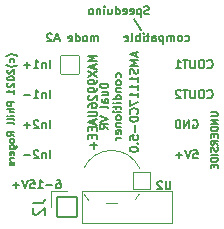
<source format=gbr>
%TF.GenerationSoftware,KiCad,Pcbnew,8.0.2*%
%TF.CreationDate,2024-05-02T20:14:49+02:00*%
%TF.ProjectId,VR-Conditioner-MAX9926+reg,56522d43-6f6e-4646-9974-696f6e65722d,3.7*%
%TF.SameCoordinates,PX68c4118PY713e7a8*%
%TF.FileFunction,Legend,Bot*%
%TF.FilePolarity,Positive*%
%FSLAX46Y46*%
G04 Gerber Fmt 4.6, Leading zero omitted, Abs format (unit mm)*
G04 Created by KiCad (PCBNEW 8.0.2) date 2024-05-02 20:14:49*
%MOMM*%
%LPD*%
G01*
G04 APERTURE LIST*
G04 Aperture macros list*
%AMRoundRect*
0 Rectangle with rounded corners*
0 $1 Rounding radius*
0 $2 $3 $4 $5 $6 $7 $8 $9 X,Y pos of 4 corners*
0 Add a 4 corners polygon primitive as box body*
4,1,4,$2,$3,$4,$5,$6,$7,$8,$9,$2,$3,0*
0 Add four circle primitives for the rounded corners*
1,1,$1+$1,$2,$3*
1,1,$1+$1,$4,$5*
1,1,$1+$1,$6,$7*
1,1,$1+$1,$8,$9*
0 Add four rect primitives between the rounded corners*
20,1,$1+$1,$2,$3,$4,$5,0*
20,1,$1+$1,$4,$5,$6,$7,0*
20,1,$1+$1,$6,$7,$8,$9,0*
20,1,$1+$1,$8,$9,$2,$3,0*%
G04 Aperture macros list end*
%ADD10C,0.150000*%
%ADD11C,0.120000*%
%ADD12RoundRect,0.050800X-0.800000X-0.800000X0.800000X-0.800000X0.800000X0.800000X-0.800000X0.800000X0*%
%ADD13O,1.701600X1.701600*%
%ADD14C,1.701600*%
%ADD15C,2.301600*%
%ADD16RoundRect,0.050800X-0.850000X0.850000X-0.850000X-0.850000X0.850000X-0.850000X0.850000X0.850000X0*%
%ADD17O,1.801600X1.801600*%
%ADD18RoundRect,0.050800X0.750000X-0.750000X0.750000X0.750000X-0.750000X0.750000X-0.750000X-0.750000X0*%
%ADD19C,1.601600*%
G04 APERTURE END LIST*
D10*
X20801666Y16260634D02*
X20834999Y16227300D01*
X20834999Y16227300D02*
X20934999Y16193967D01*
X20934999Y16193967D02*
X21001666Y16193967D01*
X21001666Y16193967D02*
X21101666Y16227300D01*
X21101666Y16227300D02*
X21168333Y16293967D01*
X21168333Y16293967D02*
X21201666Y16360634D01*
X21201666Y16360634D02*
X21234999Y16493967D01*
X21234999Y16493967D02*
X21234999Y16593967D01*
X21234999Y16593967D02*
X21201666Y16727300D01*
X21201666Y16727300D02*
X21168333Y16793967D01*
X21168333Y16793967D02*
X21101666Y16860634D01*
X21101666Y16860634D02*
X21001666Y16893967D01*
X21001666Y16893967D02*
X20934999Y16893967D01*
X20934999Y16893967D02*
X20834999Y16860634D01*
X20834999Y16860634D02*
X20801666Y16827300D01*
X20368333Y16893967D02*
X20234999Y16893967D01*
X20234999Y16893967D02*
X20168333Y16860634D01*
X20168333Y16860634D02*
X20101666Y16793967D01*
X20101666Y16793967D02*
X20068333Y16660634D01*
X20068333Y16660634D02*
X20068333Y16427300D01*
X20068333Y16427300D02*
X20101666Y16293967D01*
X20101666Y16293967D02*
X20168333Y16227300D01*
X20168333Y16227300D02*
X20234999Y16193967D01*
X20234999Y16193967D02*
X20368333Y16193967D01*
X20368333Y16193967D02*
X20434999Y16227300D01*
X20434999Y16227300D02*
X20501666Y16293967D01*
X20501666Y16293967D02*
X20534999Y16427300D01*
X20534999Y16427300D02*
X20534999Y16660634D01*
X20534999Y16660634D02*
X20501666Y16793967D01*
X20501666Y16793967D02*
X20434999Y16860634D01*
X20434999Y16860634D02*
X20368333Y16893967D01*
X19768333Y16893967D02*
X19768333Y16327300D01*
X19768333Y16327300D02*
X19735000Y16260634D01*
X19735000Y16260634D02*
X19701666Y16227300D01*
X19701666Y16227300D02*
X19635000Y16193967D01*
X19635000Y16193967D02*
X19501666Y16193967D01*
X19501666Y16193967D02*
X19435000Y16227300D01*
X19435000Y16227300D02*
X19401666Y16260634D01*
X19401666Y16260634D02*
X19368333Y16327300D01*
X19368333Y16327300D02*
X19368333Y16893967D01*
X19135000Y16893967D02*
X18735000Y16893967D01*
X18935000Y16193967D02*
X18935000Y16893967D01*
X18135000Y16193967D02*
X18535000Y16193967D01*
X18335000Y16193967D02*
X18335000Y16893967D01*
X18335000Y16893967D02*
X18401667Y16793967D01*
X18401667Y16793967D02*
X18468334Y16727300D01*
X18468334Y16727300D02*
X18535000Y16693967D01*
X20801666Y13720634D02*
X20834999Y13687300D01*
X20834999Y13687300D02*
X20934999Y13653967D01*
X20934999Y13653967D02*
X21001666Y13653967D01*
X21001666Y13653967D02*
X21101666Y13687300D01*
X21101666Y13687300D02*
X21168333Y13753967D01*
X21168333Y13753967D02*
X21201666Y13820634D01*
X21201666Y13820634D02*
X21234999Y13953967D01*
X21234999Y13953967D02*
X21234999Y14053967D01*
X21234999Y14053967D02*
X21201666Y14187300D01*
X21201666Y14187300D02*
X21168333Y14253967D01*
X21168333Y14253967D02*
X21101666Y14320634D01*
X21101666Y14320634D02*
X21001666Y14353967D01*
X21001666Y14353967D02*
X20934999Y14353967D01*
X20934999Y14353967D02*
X20834999Y14320634D01*
X20834999Y14320634D02*
X20801666Y14287300D01*
X20368333Y14353967D02*
X20234999Y14353967D01*
X20234999Y14353967D02*
X20168333Y14320634D01*
X20168333Y14320634D02*
X20101666Y14253967D01*
X20101666Y14253967D02*
X20068333Y14120634D01*
X20068333Y14120634D02*
X20068333Y13887300D01*
X20068333Y13887300D02*
X20101666Y13753967D01*
X20101666Y13753967D02*
X20168333Y13687300D01*
X20168333Y13687300D02*
X20234999Y13653967D01*
X20234999Y13653967D02*
X20368333Y13653967D01*
X20368333Y13653967D02*
X20434999Y13687300D01*
X20434999Y13687300D02*
X20501666Y13753967D01*
X20501666Y13753967D02*
X20534999Y13887300D01*
X20534999Y13887300D02*
X20534999Y14120634D01*
X20534999Y14120634D02*
X20501666Y14253967D01*
X20501666Y14253967D02*
X20434999Y14320634D01*
X20434999Y14320634D02*
X20368333Y14353967D01*
X19768333Y14353967D02*
X19768333Y13787300D01*
X19768333Y13787300D02*
X19735000Y13720634D01*
X19735000Y13720634D02*
X19701666Y13687300D01*
X19701666Y13687300D02*
X19635000Y13653967D01*
X19635000Y13653967D02*
X19501666Y13653967D01*
X19501666Y13653967D02*
X19435000Y13687300D01*
X19435000Y13687300D02*
X19401666Y13720634D01*
X19401666Y13720634D02*
X19368333Y13787300D01*
X19368333Y13787300D02*
X19368333Y14353967D01*
X19135000Y14353967D02*
X18735000Y14353967D01*
X18935000Y13653967D02*
X18935000Y14353967D01*
X18535000Y14287300D02*
X18501667Y14320634D01*
X18501667Y14320634D02*
X18435000Y14353967D01*
X18435000Y14353967D02*
X18268334Y14353967D01*
X18268334Y14353967D02*
X18201667Y14320634D01*
X18201667Y14320634D02*
X18168334Y14287300D01*
X18168334Y14287300D02*
X18135000Y14220634D01*
X18135000Y14220634D02*
X18135000Y14153967D01*
X18135000Y14153967D02*
X18168334Y14053967D01*
X18168334Y14053967D02*
X18568334Y13653967D01*
X18568334Y13653967D02*
X18135000Y13653967D01*
X19583332Y11780634D02*
X19649999Y11813967D01*
X19649999Y11813967D02*
X19749999Y11813967D01*
X19749999Y11813967D02*
X19849999Y11780634D01*
X19849999Y11780634D02*
X19916666Y11713967D01*
X19916666Y11713967D02*
X19949999Y11647300D01*
X19949999Y11647300D02*
X19983332Y11513967D01*
X19983332Y11513967D02*
X19983332Y11413967D01*
X19983332Y11413967D02*
X19949999Y11280634D01*
X19949999Y11280634D02*
X19916666Y11213967D01*
X19916666Y11213967D02*
X19849999Y11147300D01*
X19849999Y11147300D02*
X19749999Y11113967D01*
X19749999Y11113967D02*
X19683332Y11113967D01*
X19683332Y11113967D02*
X19583332Y11147300D01*
X19583332Y11147300D02*
X19549999Y11180634D01*
X19549999Y11180634D02*
X19549999Y11413967D01*
X19549999Y11413967D02*
X19683332Y11413967D01*
X19249999Y11113967D02*
X19249999Y11813967D01*
X19249999Y11813967D02*
X18849999Y11113967D01*
X18849999Y11113967D02*
X18849999Y11813967D01*
X18516666Y11113967D02*
X18516666Y11813967D01*
X18516666Y11813967D02*
X18349999Y11813967D01*
X18349999Y11813967D02*
X18249999Y11780634D01*
X18249999Y11780634D02*
X18183333Y11713967D01*
X18183333Y11713967D02*
X18149999Y11647300D01*
X18149999Y11647300D02*
X18116666Y11513967D01*
X18116666Y11513967D02*
X18116666Y11413967D01*
X18116666Y11413967D02*
X18149999Y11280634D01*
X18149999Y11280634D02*
X18183333Y11213967D01*
X18183333Y11213967D02*
X18249999Y11147300D01*
X18249999Y11147300D02*
X18349999Y11113967D01*
X18349999Y11113967D02*
X18516666Y11113967D01*
X19616667Y9273967D02*
X19950000Y9273967D01*
X19950000Y9273967D02*
X19983333Y8940634D01*
X19983333Y8940634D02*
X19950000Y8973967D01*
X19950000Y8973967D02*
X19883333Y9007300D01*
X19883333Y9007300D02*
X19716667Y9007300D01*
X19716667Y9007300D02*
X19650000Y8973967D01*
X19650000Y8973967D02*
X19616667Y8940634D01*
X19616667Y8940634D02*
X19583333Y8873967D01*
X19583333Y8873967D02*
X19583333Y8707300D01*
X19583333Y8707300D02*
X19616667Y8640634D01*
X19616667Y8640634D02*
X19650000Y8607300D01*
X19650000Y8607300D02*
X19716667Y8573967D01*
X19716667Y8573967D02*
X19883333Y8573967D01*
X19883333Y8573967D02*
X19950000Y8607300D01*
X19950000Y8607300D02*
X19983333Y8640634D01*
X19383333Y9273967D02*
X19150000Y8573967D01*
X19150000Y8573967D02*
X18916666Y9273967D01*
X18683333Y8840634D02*
X18150000Y8840634D01*
X18416666Y8573967D02*
X18416666Y9107300D01*
X7433333Y16193967D02*
X7433333Y16893967D01*
X7100000Y16660634D02*
X7100000Y16193967D01*
X7100000Y16593967D02*
X7066667Y16627300D01*
X7066667Y16627300D02*
X7000000Y16660634D01*
X7000000Y16660634D02*
X6900000Y16660634D01*
X6900000Y16660634D02*
X6833333Y16627300D01*
X6833333Y16627300D02*
X6800000Y16560634D01*
X6800000Y16560634D02*
X6800000Y16193967D01*
X6100000Y16193967D02*
X6500000Y16193967D01*
X6300000Y16193967D02*
X6300000Y16893967D01*
X6300000Y16893967D02*
X6366667Y16793967D01*
X6366667Y16793967D02*
X6433334Y16727300D01*
X6433334Y16727300D02*
X6500000Y16693967D01*
X5800000Y16460634D02*
X5266667Y16460634D01*
X5533333Y16193967D02*
X5533333Y16727300D01*
X7433333Y13653967D02*
X7433333Y14353967D01*
X7100000Y14120634D02*
X7100000Y13653967D01*
X7100000Y14053967D02*
X7066667Y14087300D01*
X7066667Y14087300D02*
X7000000Y14120634D01*
X7000000Y14120634D02*
X6900000Y14120634D01*
X6900000Y14120634D02*
X6833333Y14087300D01*
X6833333Y14087300D02*
X6800000Y14020634D01*
X6800000Y14020634D02*
X6800000Y13653967D01*
X6100000Y13653967D02*
X6500000Y13653967D01*
X6300000Y13653967D02*
X6300000Y14353967D01*
X6300000Y14353967D02*
X6366667Y14253967D01*
X6366667Y14253967D02*
X6433334Y14187300D01*
X6433334Y14187300D02*
X6500000Y14153967D01*
X5800000Y13920634D02*
X5266667Y13920634D01*
X7433333Y11113967D02*
X7433333Y11813967D01*
X7100000Y11580634D02*
X7100000Y11113967D01*
X7100000Y11513967D02*
X7066667Y11547300D01*
X7066667Y11547300D02*
X7000000Y11580634D01*
X7000000Y11580634D02*
X6900000Y11580634D01*
X6900000Y11580634D02*
X6833333Y11547300D01*
X6833333Y11547300D02*
X6800000Y11480634D01*
X6800000Y11480634D02*
X6800000Y11113967D01*
X6500000Y11747300D02*
X6466667Y11780634D01*
X6466667Y11780634D02*
X6400000Y11813967D01*
X6400000Y11813967D02*
X6233334Y11813967D01*
X6233334Y11813967D02*
X6166667Y11780634D01*
X6166667Y11780634D02*
X6133334Y11747300D01*
X6133334Y11747300D02*
X6100000Y11680634D01*
X6100000Y11680634D02*
X6100000Y11613967D01*
X6100000Y11613967D02*
X6133334Y11513967D01*
X6133334Y11513967D02*
X6533334Y11113967D01*
X6533334Y11113967D02*
X6100000Y11113967D01*
X5800000Y11380634D02*
X5266667Y11380634D01*
X5533333Y11113967D02*
X5533333Y11647300D01*
X7433333Y8573967D02*
X7433333Y9273967D01*
X7100000Y9040634D02*
X7100000Y8573967D01*
X7100000Y8973967D02*
X7066667Y9007300D01*
X7066667Y9007300D02*
X7000000Y9040634D01*
X7000000Y9040634D02*
X6900000Y9040634D01*
X6900000Y9040634D02*
X6833333Y9007300D01*
X6833333Y9007300D02*
X6800000Y8940634D01*
X6800000Y8940634D02*
X6800000Y8573967D01*
X6500000Y9207300D02*
X6466667Y9240634D01*
X6466667Y9240634D02*
X6400000Y9273967D01*
X6400000Y9273967D02*
X6233334Y9273967D01*
X6233334Y9273967D02*
X6166667Y9240634D01*
X6166667Y9240634D02*
X6133334Y9207300D01*
X6133334Y9207300D02*
X6100000Y9140634D01*
X6100000Y9140634D02*
X6100000Y9073967D01*
X6100000Y9073967D02*
X6133334Y8973967D01*
X6133334Y8973967D02*
X6533334Y8573967D01*
X6533334Y8573967D02*
X6100000Y8573967D01*
X5800000Y8840634D02*
X5266667Y8840634D01*
X8050000Y6733967D02*
X8183333Y6733967D01*
X8183333Y6733967D02*
X8250000Y6700634D01*
X8250000Y6700634D02*
X8283333Y6667300D01*
X8283333Y6667300D02*
X8350000Y6567300D01*
X8350000Y6567300D02*
X8383333Y6433967D01*
X8383333Y6433967D02*
X8383333Y6167300D01*
X8383333Y6167300D02*
X8350000Y6100634D01*
X8350000Y6100634D02*
X8316667Y6067300D01*
X8316667Y6067300D02*
X8250000Y6033967D01*
X8250000Y6033967D02*
X8116667Y6033967D01*
X8116667Y6033967D02*
X8050000Y6067300D01*
X8050000Y6067300D02*
X8016667Y6100634D01*
X8016667Y6100634D02*
X7983333Y6167300D01*
X7983333Y6167300D02*
X7983333Y6333967D01*
X7983333Y6333967D02*
X8016667Y6400634D01*
X8016667Y6400634D02*
X8050000Y6433967D01*
X8050000Y6433967D02*
X8116667Y6467300D01*
X8116667Y6467300D02*
X8250000Y6467300D01*
X8250000Y6467300D02*
X8316667Y6433967D01*
X8316667Y6433967D02*
X8350000Y6400634D01*
X8350000Y6400634D02*
X8383333Y6333967D01*
X7683333Y6300634D02*
X7150000Y6300634D01*
X6449999Y6033967D02*
X6849999Y6033967D01*
X6649999Y6033967D02*
X6649999Y6733967D01*
X6649999Y6733967D02*
X6716666Y6633967D01*
X6716666Y6633967D02*
X6783333Y6567300D01*
X6783333Y6567300D02*
X6849999Y6533967D01*
X5816666Y6733967D02*
X6149999Y6733967D01*
X6149999Y6733967D02*
X6183332Y6400634D01*
X6183332Y6400634D02*
X6149999Y6433967D01*
X6149999Y6433967D02*
X6083332Y6467300D01*
X6083332Y6467300D02*
X5916666Y6467300D01*
X5916666Y6467300D02*
X5849999Y6433967D01*
X5849999Y6433967D02*
X5816666Y6400634D01*
X5816666Y6400634D02*
X5783332Y6333967D01*
X5783332Y6333967D02*
X5783332Y6167300D01*
X5783332Y6167300D02*
X5816666Y6100634D01*
X5816666Y6100634D02*
X5849999Y6067300D01*
X5849999Y6067300D02*
X5916666Y6033967D01*
X5916666Y6033967D02*
X6083332Y6033967D01*
X6083332Y6033967D02*
X6149999Y6067300D01*
X6149999Y6067300D02*
X6183332Y6100634D01*
X5583332Y6733967D02*
X5349999Y6033967D01*
X5349999Y6033967D02*
X5116665Y6733967D01*
X4883332Y6300634D02*
X4349999Y6300634D01*
X4616665Y6033967D02*
X4616665Y6567300D01*
X12382159Y14906986D02*
X11682159Y14906986D01*
X11682159Y14906986D02*
X11682159Y14740319D01*
X11682159Y14740319D02*
X11715492Y14640319D01*
X11715492Y14640319D02*
X11782159Y14573652D01*
X11782159Y14573652D02*
X11848826Y14540319D01*
X11848826Y14540319D02*
X11982159Y14506986D01*
X11982159Y14506986D02*
X12082159Y14506986D01*
X12082159Y14506986D02*
X12215492Y14540319D01*
X12215492Y14540319D02*
X12282159Y14573652D01*
X12282159Y14573652D02*
X12348826Y14640319D01*
X12348826Y14640319D02*
X12382159Y14740319D01*
X12382159Y14740319D02*
X12382159Y14906986D01*
X11915492Y13906986D02*
X12382159Y13906986D01*
X11915492Y14206986D02*
X12282159Y14206986D01*
X12282159Y14206986D02*
X12348826Y14173652D01*
X12348826Y14173652D02*
X12382159Y14106986D01*
X12382159Y14106986D02*
X12382159Y14006986D01*
X12382159Y14006986D02*
X12348826Y13940319D01*
X12348826Y13940319D02*
X12315492Y13906986D01*
X12382159Y13273653D02*
X12015492Y13273653D01*
X12015492Y13273653D02*
X11948826Y13306986D01*
X11948826Y13306986D02*
X11915492Y13373653D01*
X11915492Y13373653D02*
X11915492Y13506986D01*
X11915492Y13506986D02*
X11948826Y13573653D01*
X12348826Y13273653D02*
X12382159Y13340319D01*
X12382159Y13340319D02*
X12382159Y13506986D01*
X12382159Y13506986D02*
X12348826Y13573653D01*
X12348826Y13573653D02*
X12282159Y13606986D01*
X12282159Y13606986D02*
X12215492Y13606986D01*
X12215492Y13606986D02*
X12148826Y13573653D01*
X12148826Y13573653D02*
X12115492Y13506986D01*
X12115492Y13506986D02*
X12115492Y13340319D01*
X12115492Y13340319D02*
X12082159Y13273653D01*
X12382159Y12840320D02*
X12348826Y12906986D01*
X12348826Y12906986D02*
X12282159Y12940320D01*
X12282159Y12940320D02*
X11682159Y12940320D01*
X11682159Y12140320D02*
X12382159Y11906986D01*
X12382159Y11906986D02*
X11682159Y11673653D01*
X12382159Y11040320D02*
X12048826Y11273653D01*
X12382159Y11440320D02*
X11682159Y11440320D01*
X11682159Y11440320D02*
X11682159Y11173653D01*
X11682159Y11173653D02*
X11715492Y11106986D01*
X11715492Y11106986D02*
X11748826Y11073653D01*
X11748826Y11073653D02*
X11815492Y11040320D01*
X11815492Y11040320D02*
X11915492Y11040320D01*
X11915492Y11040320D02*
X11982159Y11073653D01*
X11982159Y11073653D02*
X12015492Y11106986D01*
X12015492Y11106986D02*
X12048826Y11173653D01*
X12048826Y11173653D02*
X12048826Y11440320D01*
X13475787Y15456985D02*
X13509120Y15523651D01*
X13509120Y15523651D02*
X13509120Y15656985D01*
X13509120Y15656985D02*
X13475787Y15723651D01*
X13475787Y15723651D02*
X13442453Y15756985D01*
X13442453Y15756985D02*
X13375787Y15790318D01*
X13375787Y15790318D02*
X13175787Y15790318D01*
X13175787Y15790318D02*
X13109120Y15756985D01*
X13109120Y15756985D02*
X13075787Y15723651D01*
X13075787Y15723651D02*
X13042453Y15656985D01*
X13042453Y15656985D02*
X13042453Y15523651D01*
X13042453Y15523651D02*
X13075787Y15456985D01*
X13509120Y15056985D02*
X13475787Y15123651D01*
X13475787Y15123651D02*
X13442453Y15156985D01*
X13442453Y15156985D02*
X13375787Y15190318D01*
X13375787Y15190318D02*
X13175787Y15190318D01*
X13175787Y15190318D02*
X13109120Y15156985D01*
X13109120Y15156985D02*
X13075787Y15123651D01*
X13075787Y15123651D02*
X13042453Y15056985D01*
X13042453Y15056985D02*
X13042453Y14956985D01*
X13042453Y14956985D02*
X13075787Y14890318D01*
X13075787Y14890318D02*
X13109120Y14856985D01*
X13109120Y14856985D02*
X13175787Y14823651D01*
X13175787Y14823651D02*
X13375787Y14823651D01*
X13375787Y14823651D02*
X13442453Y14856985D01*
X13442453Y14856985D02*
X13475787Y14890318D01*
X13475787Y14890318D02*
X13509120Y14956985D01*
X13509120Y14956985D02*
X13509120Y15056985D01*
X13042453Y14523652D02*
X13509120Y14523652D01*
X13109120Y14523652D02*
X13075787Y14490318D01*
X13075787Y14490318D02*
X13042453Y14423652D01*
X13042453Y14423652D02*
X13042453Y14323652D01*
X13042453Y14323652D02*
X13075787Y14256985D01*
X13075787Y14256985D02*
X13142453Y14223652D01*
X13142453Y14223652D02*
X13509120Y14223652D01*
X13509120Y13590319D02*
X12809120Y13590319D01*
X13475787Y13590319D02*
X13509120Y13656985D01*
X13509120Y13656985D02*
X13509120Y13790319D01*
X13509120Y13790319D02*
X13475787Y13856985D01*
X13475787Y13856985D02*
X13442453Y13890319D01*
X13442453Y13890319D02*
X13375787Y13923652D01*
X13375787Y13923652D02*
X13175787Y13923652D01*
X13175787Y13923652D02*
X13109120Y13890319D01*
X13109120Y13890319D02*
X13075787Y13856985D01*
X13075787Y13856985D02*
X13042453Y13790319D01*
X13042453Y13790319D02*
X13042453Y13656985D01*
X13042453Y13656985D02*
X13075787Y13590319D01*
X13509120Y13256986D02*
X13042453Y13256986D01*
X12809120Y13256986D02*
X12842453Y13290319D01*
X12842453Y13290319D02*
X12875787Y13256986D01*
X12875787Y13256986D02*
X12842453Y13223652D01*
X12842453Y13223652D02*
X12809120Y13256986D01*
X12809120Y13256986D02*
X12875787Y13256986D01*
X13042453Y13023653D02*
X13042453Y12756986D01*
X12809120Y12923653D02*
X13409120Y12923653D01*
X13409120Y12923653D02*
X13475787Y12890319D01*
X13475787Y12890319D02*
X13509120Y12823653D01*
X13509120Y12823653D02*
X13509120Y12756986D01*
X13509120Y12523653D02*
X13042453Y12523653D01*
X12809120Y12523653D02*
X12842453Y12556986D01*
X12842453Y12556986D02*
X12875787Y12523653D01*
X12875787Y12523653D02*
X12842453Y12490319D01*
X12842453Y12490319D02*
X12809120Y12523653D01*
X12809120Y12523653D02*
X12875787Y12523653D01*
X13509120Y12090320D02*
X13475787Y12156986D01*
X13475787Y12156986D02*
X13442453Y12190320D01*
X13442453Y12190320D02*
X13375787Y12223653D01*
X13375787Y12223653D02*
X13175787Y12223653D01*
X13175787Y12223653D02*
X13109120Y12190320D01*
X13109120Y12190320D02*
X13075787Y12156986D01*
X13075787Y12156986D02*
X13042453Y12090320D01*
X13042453Y12090320D02*
X13042453Y11990320D01*
X13042453Y11990320D02*
X13075787Y11923653D01*
X13075787Y11923653D02*
X13109120Y11890320D01*
X13109120Y11890320D02*
X13175787Y11856986D01*
X13175787Y11856986D02*
X13375787Y11856986D01*
X13375787Y11856986D02*
X13442453Y11890320D01*
X13442453Y11890320D02*
X13475787Y11923653D01*
X13475787Y11923653D02*
X13509120Y11990320D01*
X13509120Y11990320D02*
X13509120Y12090320D01*
X13042453Y11556987D02*
X13509120Y11556987D01*
X13109120Y11556987D02*
X13075787Y11523653D01*
X13075787Y11523653D02*
X13042453Y11456987D01*
X13042453Y11456987D02*
X13042453Y11356987D01*
X13042453Y11356987D02*
X13075787Y11290320D01*
X13075787Y11290320D02*
X13142453Y11256987D01*
X13142453Y11256987D02*
X13509120Y11256987D01*
X13475787Y10656987D02*
X13509120Y10723654D01*
X13509120Y10723654D02*
X13509120Y10856987D01*
X13509120Y10856987D02*
X13475787Y10923654D01*
X13475787Y10923654D02*
X13409120Y10956987D01*
X13409120Y10956987D02*
X13142453Y10956987D01*
X13142453Y10956987D02*
X13075787Y10923654D01*
X13075787Y10923654D02*
X13042453Y10856987D01*
X13042453Y10856987D02*
X13042453Y10723654D01*
X13042453Y10723654D02*
X13075787Y10656987D01*
X13075787Y10656987D02*
X13142453Y10623654D01*
X13142453Y10623654D02*
X13209120Y10623654D01*
X13209120Y10623654D02*
X13275787Y10956987D01*
X13509120Y10323654D02*
X13042453Y10323654D01*
X13175787Y10323654D02*
X13109120Y10290320D01*
X13109120Y10290320D02*
X13075787Y10256987D01*
X13075787Y10256987D02*
X13042453Y10190320D01*
X13042453Y10190320D02*
X13042453Y10123654D01*
X14721033Y17535001D02*
X14721033Y17201668D01*
X14921033Y17601668D02*
X14221033Y17368334D01*
X14221033Y17368334D02*
X14921033Y17135001D01*
X14921033Y16901668D02*
X14221033Y16901668D01*
X14221033Y16901668D02*
X14721033Y16668334D01*
X14721033Y16668334D02*
X14221033Y16435001D01*
X14221033Y16435001D02*
X14921033Y16435001D01*
X14887700Y16135001D02*
X14921033Y16035001D01*
X14921033Y16035001D02*
X14921033Y15868334D01*
X14921033Y15868334D02*
X14887700Y15801668D01*
X14887700Y15801668D02*
X14854366Y15768334D01*
X14854366Y15768334D02*
X14787700Y15735001D01*
X14787700Y15735001D02*
X14721033Y15735001D01*
X14721033Y15735001D02*
X14654366Y15768334D01*
X14654366Y15768334D02*
X14621033Y15801668D01*
X14621033Y15801668D02*
X14587700Y15868334D01*
X14587700Y15868334D02*
X14554366Y16001668D01*
X14554366Y16001668D02*
X14521033Y16068334D01*
X14521033Y16068334D02*
X14487700Y16101668D01*
X14487700Y16101668D02*
X14421033Y16135001D01*
X14421033Y16135001D02*
X14354366Y16135001D01*
X14354366Y16135001D02*
X14287700Y16101668D01*
X14287700Y16101668D02*
X14254366Y16068334D01*
X14254366Y16068334D02*
X14221033Y16001668D01*
X14221033Y16001668D02*
X14221033Y15835001D01*
X14221033Y15835001D02*
X14254366Y15735001D01*
X14921033Y15068334D02*
X14921033Y15468334D01*
X14921033Y15268334D02*
X14221033Y15268334D01*
X14221033Y15268334D02*
X14321033Y15335001D01*
X14321033Y15335001D02*
X14387700Y15401667D01*
X14387700Y15401667D02*
X14421033Y15468334D01*
X14921033Y14401667D02*
X14921033Y14801667D01*
X14921033Y14601667D02*
X14221033Y14601667D01*
X14221033Y14601667D02*
X14321033Y14668334D01*
X14321033Y14668334D02*
X14387700Y14735000D01*
X14387700Y14735000D02*
X14421033Y14801667D01*
X14921033Y13735000D02*
X14921033Y14135000D01*
X14921033Y13935000D02*
X14221033Y13935000D01*
X14221033Y13935000D02*
X14321033Y14001667D01*
X14321033Y14001667D02*
X14387700Y14068333D01*
X14387700Y14068333D02*
X14421033Y14135000D01*
X14221033Y13501666D02*
X14221033Y13035000D01*
X14221033Y13035000D02*
X14921033Y13335000D01*
X14854366Y12368333D02*
X14887700Y12401666D01*
X14887700Y12401666D02*
X14921033Y12501666D01*
X14921033Y12501666D02*
X14921033Y12568333D01*
X14921033Y12568333D02*
X14887700Y12668333D01*
X14887700Y12668333D02*
X14821033Y12734999D01*
X14821033Y12734999D02*
X14754366Y12768333D01*
X14754366Y12768333D02*
X14621033Y12801666D01*
X14621033Y12801666D02*
X14521033Y12801666D01*
X14521033Y12801666D02*
X14387700Y12768333D01*
X14387700Y12768333D02*
X14321033Y12734999D01*
X14321033Y12734999D02*
X14254366Y12668333D01*
X14254366Y12668333D02*
X14221033Y12568333D01*
X14221033Y12568333D02*
X14221033Y12501666D01*
X14221033Y12501666D02*
X14254366Y12401666D01*
X14254366Y12401666D02*
X14287700Y12368333D01*
X14921033Y12068333D02*
X14221033Y12068333D01*
X14221033Y12068333D02*
X14221033Y11901666D01*
X14221033Y11901666D02*
X14254366Y11801666D01*
X14254366Y11801666D02*
X14321033Y11734999D01*
X14321033Y11734999D02*
X14387700Y11701666D01*
X14387700Y11701666D02*
X14521033Y11668333D01*
X14521033Y11668333D02*
X14621033Y11668333D01*
X14621033Y11668333D02*
X14754366Y11701666D01*
X14754366Y11701666D02*
X14821033Y11734999D01*
X14821033Y11734999D02*
X14887700Y11801666D01*
X14887700Y11801666D02*
X14921033Y11901666D01*
X14921033Y11901666D02*
X14921033Y12068333D01*
X14654366Y11368333D02*
X14654366Y10834999D01*
X14221033Y10168332D02*
X14221033Y10501666D01*
X14221033Y10501666D02*
X14554366Y10534999D01*
X14554366Y10534999D02*
X14521033Y10501666D01*
X14521033Y10501666D02*
X14487700Y10434999D01*
X14487700Y10434999D02*
X14487700Y10268332D01*
X14487700Y10268332D02*
X14521033Y10201666D01*
X14521033Y10201666D02*
X14554366Y10168332D01*
X14554366Y10168332D02*
X14621033Y10134999D01*
X14621033Y10134999D02*
X14787700Y10134999D01*
X14787700Y10134999D02*
X14854366Y10168332D01*
X14854366Y10168332D02*
X14887700Y10201666D01*
X14887700Y10201666D02*
X14921033Y10268332D01*
X14921033Y10268332D02*
X14921033Y10434999D01*
X14921033Y10434999D02*
X14887700Y10501666D01*
X14887700Y10501666D02*
X14854366Y10534999D01*
X14854366Y9834999D02*
X14887700Y9801665D01*
X14887700Y9801665D02*
X14921033Y9834999D01*
X14921033Y9834999D02*
X14887700Y9868332D01*
X14887700Y9868332D02*
X14854366Y9834999D01*
X14854366Y9834999D02*
X14921033Y9834999D01*
X14221033Y9368332D02*
X14221033Y9301666D01*
X14221033Y9301666D02*
X14254366Y9234999D01*
X14254366Y9234999D02*
X14287700Y9201666D01*
X14287700Y9201666D02*
X14354366Y9168332D01*
X14354366Y9168332D02*
X14487700Y9134999D01*
X14487700Y9134999D02*
X14654366Y9134999D01*
X14654366Y9134999D02*
X14787700Y9168332D01*
X14787700Y9168332D02*
X14854366Y9201666D01*
X14854366Y9201666D02*
X14887700Y9234999D01*
X14887700Y9234999D02*
X14921033Y9301666D01*
X14921033Y9301666D02*
X14921033Y9368332D01*
X14921033Y9368332D02*
X14887700Y9434999D01*
X14887700Y9434999D02*
X14854366Y9468332D01*
X14854366Y9468332D02*
X14787700Y9501666D01*
X14787700Y9501666D02*
X14654366Y9534999D01*
X14654366Y9534999D02*
X14487700Y9534999D01*
X14487700Y9534999D02*
X14354366Y9501666D01*
X14354366Y9501666D02*
X14287700Y9468332D01*
X14287700Y9468332D02*
X14254366Y9434999D01*
X14254366Y9434999D02*
X14221033Y9368332D01*
X4683342Y17200002D02*
X4654771Y17228573D01*
X4654771Y17228573D02*
X4569057Y17285716D01*
X4569057Y17285716D02*
X4511914Y17314287D01*
X4511914Y17314287D02*
X4426200Y17342859D01*
X4426200Y17342859D02*
X4283342Y17371430D01*
X4283342Y17371430D02*
X4169057Y17371430D01*
X4169057Y17371430D02*
X4026200Y17342859D01*
X4026200Y17342859D02*
X3940485Y17314287D01*
X3940485Y17314287D02*
X3883342Y17285716D01*
X3883342Y17285716D02*
X3797628Y17228573D01*
X3797628Y17228573D02*
X3769057Y17200002D01*
X4426200Y16714287D02*
X4454771Y16771430D01*
X4454771Y16771430D02*
X4454771Y16885716D01*
X4454771Y16885716D02*
X4426200Y16942859D01*
X4426200Y16942859D02*
X4397628Y16971430D01*
X4397628Y16971430D02*
X4340485Y17000002D01*
X4340485Y17000002D02*
X4169057Y17000002D01*
X4169057Y17000002D02*
X4111914Y16971430D01*
X4111914Y16971430D02*
X4083342Y16942859D01*
X4083342Y16942859D02*
X4054771Y16885716D01*
X4054771Y16885716D02*
X4054771Y16771430D01*
X4054771Y16771430D02*
X4083342Y16714287D01*
X4683342Y16514287D02*
X4654771Y16485716D01*
X4654771Y16485716D02*
X4569057Y16428573D01*
X4569057Y16428573D02*
X4511914Y16400001D01*
X4511914Y16400001D02*
X4426200Y16371430D01*
X4426200Y16371430D02*
X4283342Y16342859D01*
X4283342Y16342859D02*
X4169057Y16342859D01*
X4169057Y16342859D02*
X4026200Y16371430D01*
X4026200Y16371430D02*
X3940485Y16400001D01*
X3940485Y16400001D02*
X3883342Y16428573D01*
X3883342Y16428573D02*
X3797628Y16485716D01*
X3797628Y16485716D02*
X3769057Y16514287D01*
X3911914Y16085716D02*
X3883342Y16057144D01*
X3883342Y16057144D02*
X3854771Y16000001D01*
X3854771Y16000001D02*
X3854771Y15857144D01*
X3854771Y15857144D02*
X3883342Y15800001D01*
X3883342Y15800001D02*
X3911914Y15771430D01*
X3911914Y15771430D02*
X3969057Y15742859D01*
X3969057Y15742859D02*
X4026200Y15742859D01*
X4026200Y15742859D02*
X4111914Y15771430D01*
X4111914Y15771430D02*
X4454771Y16114287D01*
X4454771Y16114287D02*
X4454771Y15742859D01*
X3854771Y15371430D02*
X3854771Y15314287D01*
X3854771Y15314287D02*
X3883342Y15257144D01*
X3883342Y15257144D02*
X3911914Y15228572D01*
X3911914Y15228572D02*
X3969057Y15200001D01*
X3969057Y15200001D02*
X4083342Y15171430D01*
X4083342Y15171430D02*
X4226200Y15171430D01*
X4226200Y15171430D02*
X4340485Y15200001D01*
X4340485Y15200001D02*
X4397628Y15228572D01*
X4397628Y15228572D02*
X4426200Y15257144D01*
X4426200Y15257144D02*
X4454771Y15314287D01*
X4454771Y15314287D02*
X4454771Y15371430D01*
X4454771Y15371430D02*
X4426200Y15428572D01*
X4426200Y15428572D02*
X4397628Y15457144D01*
X4397628Y15457144D02*
X4340485Y15485715D01*
X4340485Y15485715D02*
X4226200Y15514287D01*
X4226200Y15514287D02*
X4083342Y15514287D01*
X4083342Y15514287D02*
X3969057Y15485715D01*
X3969057Y15485715D02*
X3911914Y15457144D01*
X3911914Y15457144D02*
X3883342Y15428572D01*
X3883342Y15428572D02*
X3854771Y15371430D01*
X3911914Y14942858D02*
X3883342Y14914286D01*
X3883342Y14914286D02*
X3854771Y14857143D01*
X3854771Y14857143D02*
X3854771Y14714286D01*
X3854771Y14714286D02*
X3883342Y14657143D01*
X3883342Y14657143D02*
X3911914Y14628572D01*
X3911914Y14628572D02*
X3969057Y14600001D01*
X3969057Y14600001D02*
X4026200Y14600001D01*
X4026200Y14600001D02*
X4111914Y14628572D01*
X4111914Y14628572D02*
X4454771Y14971429D01*
X4454771Y14971429D02*
X4454771Y14600001D01*
X4454771Y14028572D02*
X4454771Y14371429D01*
X4454771Y14200000D02*
X3854771Y14200000D01*
X3854771Y14200000D02*
X3940485Y14257143D01*
X3940485Y14257143D02*
X3997628Y14314286D01*
X3997628Y14314286D02*
X4026200Y14371429D01*
X4454771Y13314285D02*
X3854771Y13314285D01*
X3854771Y13314285D02*
X3854771Y13085714D01*
X3854771Y13085714D02*
X3883342Y13028571D01*
X3883342Y13028571D02*
X3911914Y13000000D01*
X3911914Y13000000D02*
X3969057Y12971428D01*
X3969057Y12971428D02*
X4054771Y12971428D01*
X4054771Y12971428D02*
X4111914Y13000000D01*
X4111914Y13000000D02*
X4140485Y13028571D01*
X4140485Y13028571D02*
X4169057Y13085714D01*
X4169057Y13085714D02*
X4169057Y13314285D01*
X4454771Y12714285D02*
X3854771Y12714285D01*
X4454771Y12457142D02*
X4140485Y12457142D01*
X4140485Y12457142D02*
X4083342Y12485714D01*
X4083342Y12485714D02*
X4054771Y12542857D01*
X4054771Y12542857D02*
X4054771Y12628571D01*
X4054771Y12628571D02*
X4083342Y12685714D01*
X4083342Y12685714D02*
X4111914Y12714285D01*
X4454771Y12171428D02*
X4054771Y12171428D01*
X3854771Y12171428D02*
X3883342Y12200000D01*
X3883342Y12200000D02*
X3911914Y12171428D01*
X3911914Y12171428D02*
X3883342Y12142857D01*
X3883342Y12142857D02*
X3854771Y12171428D01*
X3854771Y12171428D02*
X3911914Y12171428D01*
X4454771Y11800000D02*
X4426200Y11857143D01*
X4426200Y11857143D02*
X4369057Y11885714D01*
X4369057Y11885714D02*
X3854771Y11885714D01*
X4454771Y11485714D02*
X4426200Y11542857D01*
X4426200Y11542857D02*
X4369057Y11571428D01*
X4369057Y11571428D02*
X3854771Y11571428D01*
X4454771Y10457142D02*
X4169057Y10657142D01*
X4454771Y10799999D02*
X3854771Y10799999D01*
X3854771Y10799999D02*
X3854771Y10571428D01*
X3854771Y10571428D02*
X3883342Y10514285D01*
X3883342Y10514285D02*
X3911914Y10485714D01*
X3911914Y10485714D02*
X3969057Y10457142D01*
X3969057Y10457142D02*
X4054771Y10457142D01*
X4054771Y10457142D02*
X4111914Y10485714D01*
X4111914Y10485714D02*
X4140485Y10514285D01*
X4140485Y10514285D02*
X4169057Y10571428D01*
X4169057Y10571428D02*
X4169057Y10799999D01*
X4454771Y10114285D02*
X4426200Y10171428D01*
X4426200Y10171428D02*
X4397628Y10199999D01*
X4397628Y10199999D02*
X4340485Y10228571D01*
X4340485Y10228571D02*
X4169057Y10228571D01*
X4169057Y10228571D02*
X4111914Y10199999D01*
X4111914Y10199999D02*
X4083342Y10171428D01*
X4083342Y10171428D02*
X4054771Y10114285D01*
X4054771Y10114285D02*
X4054771Y10028571D01*
X4054771Y10028571D02*
X4083342Y9971428D01*
X4083342Y9971428D02*
X4111914Y9942856D01*
X4111914Y9942856D02*
X4169057Y9914285D01*
X4169057Y9914285D02*
X4340485Y9914285D01*
X4340485Y9914285D02*
X4397628Y9942856D01*
X4397628Y9942856D02*
X4426200Y9971428D01*
X4426200Y9971428D02*
X4454771Y10028571D01*
X4454771Y10028571D02*
X4454771Y10114285D01*
X4054771Y9399999D02*
X4540485Y9399999D01*
X4540485Y9399999D02*
X4597628Y9428571D01*
X4597628Y9428571D02*
X4626200Y9457142D01*
X4626200Y9457142D02*
X4654771Y9514285D01*
X4654771Y9514285D02*
X4654771Y9599999D01*
X4654771Y9599999D02*
X4626200Y9657142D01*
X4426200Y9399999D02*
X4454771Y9457142D01*
X4454771Y9457142D02*
X4454771Y9571428D01*
X4454771Y9571428D02*
X4426200Y9628571D01*
X4426200Y9628571D02*
X4397628Y9657142D01*
X4397628Y9657142D02*
X4340485Y9685714D01*
X4340485Y9685714D02*
X4169057Y9685714D01*
X4169057Y9685714D02*
X4111914Y9657142D01*
X4111914Y9657142D02*
X4083342Y9628571D01*
X4083342Y9628571D02*
X4054771Y9571428D01*
X4054771Y9571428D02*
X4054771Y9457142D01*
X4054771Y9457142D02*
X4083342Y9399999D01*
X4426200Y8885714D02*
X4454771Y8942857D01*
X4454771Y8942857D02*
X4454771Y9057142D01*
X4454771Y9057142D02*
X4426200Y9114285D01*
X4426200Y9114285D02*
X4369057Y9142857D01*
X4369057Y9142857D02*
X4140485Y9142857D01*
X4140485Y9142857D02*
X4083342Y9114285D01*
X4083342Y9114285D02*
X4054771Y9057142D01*
X4054771Y9057142D02*
X4054771Y8942857D01*
X4054771Y8942857D02*
X4083342Y8885714D01*
X4083342Y8885714D02*
X4140485Y8857142D01*
X4140485Y8857142D02*
X4197628Y8857142D01*
X4197628Y8857142D02*
X4254771Y9142857D01*
X4454771Y8599999D02*
X4054771Y8599999D01*
X4169057Y8599999D02*
X4111914Y8571428D01*
X4111914Y8571428D02*
X4083342Y8542856D01*
X4083342Y8542856D02*
X4054771Y8485714D01*
X4054771Y8485714D02*
X4054771Y8428571D01*
X4426200Y8257142D02*
X4454771Y8199999D01*
X4454771Y8199999D02*
X4454771Y8085713D01*
X4454771Y8085713D02*
X4426200Y8028570D01*
X4426200Y8028570D02*
X4369057Y7999999D01*
X4369057Y7999999D02*
X4340485Y7999999D01*
X4340485Y7999999D02*
X4283342Y8028570D01*
X4283342Y8028570D02*
X4254771Y8085713D01*
X4254771Y8085713D02*
X4254771Y8171427D01*
X4254771Y8171427D02*
X4226200Y8228570D01*
X4226200Y8228570D02*
X4169057Y8257142D01*
X4169057Y8257142D02*
X4140485Y8257142D01*
X4140485Y8257142D02*
X4083342Y8228570D01*
X4083342Y8228570D02*
X4054771Y8171427D01*
X4054771Y8171427D02*
X4054771Y8085713D01*
X4054771Y8085713D02*
X4083342Y8028570D01*
X21068119Y12466556D02*
X21553833Y12466556D01*
X21553833Y12466556D02*
X21610976Y12437985D01*
X21610976Y12437985D02*
X21639548Y12409413D01*
X21639548Y12409413D02*
X21668119Y12352271D01*
X21668119Y12352271D02*
X21668119Y12237985D01*
X21668119Y12237985D02*
X21639548Y12180842D01*
X21639548Y12180842D02*
X21610976Y12152271D01*
X21610976Y12152271D02*
X21553833Y12123699D01*
X21553833Y12123699D02*
X21068119Y12123699D01*
X21668119Y11837985D02*
X21068119Y11837985D01*
X21068119Y11837985D02*
X21668119Y11495128D01*
X21668119Y11495128D02*
X21068119Y11495128D01*
X21668119Y11209414D02*
X21068119Y11209414D01*
X21068119Y11209414D02*
X21068119Y11066557D01*
X21068119Y11066557D02*
X21096690Y10980843D01*
X21096690Y10980843D02*
X21153833Y10923700D01*
X21153833Y10923700D02*
X21210976Y10895129D01*
X21210976Y10895129D02*
X21325262Y10866557D01*
X21325262Y10866557D02*
X21410976Y10866557D01*
X21410976Y10866557D02*
X21525262Y10895129D01*
X21525262Y10895129D02*
X21582405Y10923700D01*
X21582405Y10923700D02*
X21639548Y10980843D01*
X21639548Y10980843D02*
X21668119Y11066557D01*
X21668119Y11066557D02*
X21668119Y11209414D01*
X21353833Y10609414D02*
X21353833Y10409414D01*
X21668119Y10323700D02*
X21668119Y10609414D01*
X21668119Y10609414D02*
X21068119Y10609414D01*
X21068119Y10609414D02*
X21068119Y10323700D01*
X21668119Y9723700D02*
X21382405Y9923700D01*
X21668119Y10066557D02*
X21068119Y10066557D01*
X21068119Y10066557D02*
X21068119Y9837986D01*
X21068119Y9837986D02*
X21096690Y9780843D01*
X21096690Y9780843D02*
X21125262Y9752272D01*
X21125262Y9752272D02*
X21182405Y9723700D01*
X21182405Y9723700D02*
X21268119Y9723700D01*
X21268119Y9723700D02*
X21325262Y9752272D01*
X21325262Y9752272D02*
X21353833Y9780843D01*
X21353833Y9780843D02*
X21382405Y9837986D01*
X21382405Y9837986D02*
X21382405Y10066557D01*
X21639548Y9495129D02*
X21668119Y9409414D01*
X21668119Y9409414D02*
X21668119Y9266557D01*
X21668119Y9266557D02*
X21639548Y9209414D01*
X21639548Y9209414D02*
X21610976Y9180843D01*
X21610976Y9180843D02*
X21553833Y9152272D01*
X21553833Y9152272D02*
X21496690Y9152272D01*
X21496690Y9152272D02*
X21439548Y9180843D01*
X21439548Y9180843D02*
X21410976Y9209414D01*
X21410976Y9209414D02*
X21382405Y9266557D01*
X21382405Y9266557D02*
X21353833Y9380843D01*
X21353833Y9380843D02*
X21325262Y9437986D01*
X21325262Y9437986D02*
X21296690Y9466557D01*
X21296690Y9466557D02*
X21239548Y9495129D01*
X21239548Y9495129D02*
X21182405Y9495129D01*
X21182405Y9495129D02*
X21125262Y9466557D01*
X21125262Y9466557D02*
X21096690Y9437986D01*
X21096690Y9437986D02*
X21068119Y9380843D01*
X21068119Y9380843D02*
X21068119Y9237986D01*
X21068119Y9237986D02*
X21096690Y9152272D01*
X21668119Y8895128D02*
X21068119Y8895128D01*
X21668119Y8609414D02*
X21068119Y8609414D01*
X21068119Y8609414D02*
X21068119Y8466557D01*
X21068119Y8466557D02*
X21096690Y8380843D01*
X21096690Y8380843D02*
X21153833Y8323700D01*
X21153833Y8323700D02*
X21210976Y8295129D01*
X21210976Y8295129D02*
X21325262Y8266557D01*
X21325262Y8266557D02*
X21410976Y8266557D01*
X21410976Y8266557D02*
X21525262Y8295129D01*
X21525262Y8295129D02*
X21582405Y8323700D01*
X21582405Y8323700D02*
X21639548Y8380843D01*
X21639548Y8380843D02*
X21668119Y8466557D01*
X21668119Y8466557D02*
X21668119Y8609414D01*
X21353833Y8009414D02*
X21353833Y7809414D01*
X21668119Y7723700D02*
X21668119Y8009414D01*
X21668119Y8009414D02*
X21068119Y8009414D01*
X21068119Y8009414D02*
X21068119Y7723700D01*
X15860000Y20794261D02*
X15760000Y20760928D01*
X15760000Y20760928D02*
X15593334Y20760928D01*
X15593334Y20760928D02*
X15526667Y20794261D01*
X15526667Y20794261D02*
X15493334Y20827595D01*
X15493334Y20827595D02*
X15460000Y20894261D01*
X15460000Y20894261D02*
X15460000Y20960928D01*
X15460000Y20960928D02*
X15493334Y21027595D01*
X15493334Y21027595D02*
X15526667Y21060928D01*
X15526667Y21060928D02*
X15593334Y21094261D01*
X15593334Y21094261D02*
X15726667Y21127595D01*
X15726667Y21127595D02*
X15793334Y21160928D01*
X15793334Y21160928D02*
X15826667Y21194261D01*
X15826667Y21194261D02*
X15860000Y21260928D01*
X15860000Y21260928D02*
X15860000Y21327595D01*
X15860000Y21327595D02*
X15826667Y21394261D01*
X15826667Y21394261D02*
X15793334Y21427595D01*
X15793334Y21427595D02*
X15726667Y21460928D01*
X15726667Y21460928D02*
X15560000Y21460928D01*
X15560000Y21460928D02*
X15460000Y21427595D01*
X15160000Y21227595D02*
X15160000Y20527595D01*
X15160000Y21194261D02*
X15093333Y21227595D01*
X15093333Y21227595D02*
X14960000Y21227595D01*
X14960000Y21227595D02*
X14893333Y21194261D01*
X14893333Y21194261D02*
X14860000Y21160928D01*
X14860000Y21160928D02*
X14826667Y21094261D01*
X14826667Y21094261D02*
X14826667Y20894261D01*
X14826667Y20894261D02*
X14860000Y20827595D01*
X14860000Y20827595D02*
X14893333Y20794261D01*
X14893333Y20794261D02*
X14960000Y20760928D01*
X14960000Y20760928D02*
X15093333Y20760928D01*
X15093333Y20760928D02*
X15160000Y20794261D01*
X14260000Y20794261D02*
X14326667Y20760928D01*
X14326667Y20760928D02*
X14460000Y20760928D01*
X14460000Y20760928D02*
X14526667Y20794261D01*
X14526667Y20794261D02*
X14560000Y20860928D01*
X14560000Y20860928D02*
X14560000Y21127595D01*
X14560000Y21127595D02*
X14526667Y21194261D01*
X14526667Y21194261D02*
X14460000Y21227595D01*
X14460000Y21227595D02*
X14326667Y21227595D01*
X14326667Y21227595D02*
X14260000Y21194261D01*
X14260000Y21194261D02*
X14226667Y21127595D01*
X14226667Y21127595D02*
X14226667Y21060928D01*
X14226667Y21060928D02*
X14560000Y20994261D01*
X13660000Y20794261D02*
X13726667Y20760928D01*
X13726667Y20760928D02*
X13860000Y20760928D01*
X13860000Y20760928D02*
X13926667Y20794261D01*
X13926667Y20794261D02*
X13960000Y20860928D01*
X13960000Y20860928D02*
X13960000Y21127595D01*
X13960000Y21127595D02*
X13926667Y21194261D01*
X13926667Y21194261D02*
X13860000Y21227595D01*
X13860000Y21227595D02*
X13726667Y21227595D01*
X13726667Y21227595D02*
X13660000Y21194261D01*
X13660000Y21194261D02*
X13626667Y21127595D01*
X13626667Y21127595D02*
X13626667Y21060928D01*
X13626667Y21060928D02*
X13960000Y20994261D01*
X13026667Y20760928D02*
X13026667Y21460928D01*
X13026667Y20794261D02*
X13093334Y20760928D01*
X13093334Y20760928D02*
X13226667Y20760928D01*
X13226667Y20760928D02*
X13293334Y20794261D01*
X13293334Y20794261D02*
X13326667Y20827595D01*
X13326667Y20827595D02*
X13360000Y20894261D01*
X13360000Y20894261D02*
X13360000Y21094261D01*
X13360000Y21094261D02*
X13326667Y21160928D01*
X13326667Y21160928D02*
X13293334Y21194261D01*
X13293334Y21194261D02*
X13226667Y21227595D01*
X13226667Y21227595D02*
X13093334Y21227595D01*
X13093334Y21227595D02*
X13026667Y21194261D01*
X12393334Y21227595D02*
X12393334Y20760928D01*
X12693334Y21227595D02*
X12693334Y20860928D01*
X12693334Y20860928D02*
X12660001Y20794261D01*
X12660001Y20794261D02*
X12593334Y20760928D01*
X12593334Y20760928D02*
X12493334Y20760928D01*
X12493334Y20760928D02*
X12426667Y20794261D01*
X12426667Y20794261D02*
X12393334Y20827595D01*
X12060001Y20760928D02*
X12060001Y21227595D01*
X12060001Y21460928D02*
X12093334Y21427595D01*
X12093334Y21427595D02*
X12060001Y21394261D01*
X12060001Y21394261D02*
X12026668Y21427595D01*
X12026668Y21427595D02*
X12060001Y21460928D01*
X12060001Y21460928D02*
X12060001Y21394261D01*
X11726668Y21227595D02*
X11726668Y20760928D01*
X11726668Y21160928D02*
X11693335Y21194261D01*
X11693335Y21194261D02*
X11626668Y21227595D01*
X11626668Y21227595D02*
X11526668Y21227595D01*
X11526668Y21227595D02*
X11460001Y21194261D01*
X11460001Y21194261D02*
X11426668Y21127595D01*
X11426668Y21127595D02*
X11426668Y20760928D01*
X10993335Y20760928D02*
X11060002Y20794261D01*
X11060002Y20794261D02*
X11093335Y20827595D01*
X11093335Y20827595D02*
X11126668Y20894261D01*
X11126668Y20894261D02*
X11126668Y21094261D01*
X11126668Y21094261D02*
X11093335Y21160928D01*
X11093335Y21160928D02*
X11060002Y21194261D01*
X11060002Y21194261D02*
X10993335Y21227595D01*
X10993335Y21227595D02*
X10893335Y21227595D01*
X10893335Y21227595D02*
X10826668Y21194261D01*
X10826668Y21194261D02*
X10793335Y21160928D01*
X10793335Y21160928D02*
X10760002Y21094261D01*
X10760002Y21094261D02*
X10760002Y20894261D01*
X10760002Y20894261D02*
X10793335Y20827595D01*
X10793335Y20827595D02*
X10826668Y20794261D01*
X10826668Y20794261D02*
X10893335Y20760928D01*
X10893335Y20760928D02*
X10993335Y20760928D01*
X14610000Y20367300D02*
X15210000Y19467300D01*
X18926665Y18540339D02*
X18993332Y18507006D01*
X18993332Y18507006D02*
X19126665Y18507006D01*
X19126665Y18507006D02*
X19193332Y18540339D01*
X19193332Y18540339D02*
X19226665Y18573673D01*
X19226665Y18573673D02*
X19259998Y18640339D01*
X19259998Y18640339D02*
X19259998Y18840339D01*
X19259998Y18840339D02*
X19226665Y18907006D01*
X19226665Y18907006D02*
X19193332Y18940339D01*
X19193332Y18940339D02*
X19126665Y18973673D01*
X19126665Y18973673D02*
X18993332Y18973673D01*
X18993332Y18973673D02*
X18926665Y18940339D01*
X18526665Y18507006D02*
X18593332Y18540339D01*
X18593332Y18540339D02*
X18626665Y18573673D01*
X18626665Y18573673D02*
X18659998Y18640339D01*
X18659998Y18640339D02*
X18659998Y18840339D01*
X18659998Y18840339D02*
X18626665Y18907006D01*
X18626665Y18907006D02*
X18593332Y18940339D01*
X18593332Y18940339D02*
X18526665Y18973673D01*
X18526665Y18973673D02*
X18426665Y18973673D01*
X18426665Y18973673D02*
X18359998Y18940339D01*
X18359998Y18940339D02*
X18326665Y18907006D01*
X18326665Y18907006D02*
X18293332Y18840339D01*
X18293332Y18840339D02*
X18293332Y18640339D01*
X18293332Y18640339D02*
X18326665Y18573673D01*
X18326665Y18573673D02*
X18359998Y18540339D01*
X18359998Y18540339D02*
X18426665Y18507006D01*
X18426665Y18507006D02*
X18526665Y18507006D01*
X17993332Y18507006D02*
X17993332Y18973673D01*
X17993332Y18907006D02*
X17959999Y18940339D01*
X17959999Y18940339D02*
X17893332Y18973673D01*
X17893332Y18973673D02*
X17793332Y18973673D01*
X17793332Y18973673D02*
X17726665Y18940339D01*
X17726665Y18940339D02*
X17693332Y18873673D01*
X17693332Y18873673D02*
X17693332Y18507006D01*
X17693332Y18873673D02*
X17659999Y18940339D01*
X17659999Y18940339D02*
X17593332Y18973673D01*
X17593332Y18973673D02*
X17493332Y18973673D01*
X17493332Y18973673D02*
X17426665Y18940339D01*
X17426665Y18940339D02*
X17393332Y18873673D01*
X17393332Y18873673D02*
X17393332Y18507006D01*
X17059999Y18973673D02*
X17059999Y18273673D01*
X17059999Y18940339D02*
X16993332Y18973673D01*
X16993332Y18973673D02*
X16859999Y18973673D01*
X16859999Y18973673D02*
X16793332Y18940339D01*
X16793332Y18940339D02*
X16759999Y18907006D01*
X16759999Y18907006D02*
X16726666Y18840339D01*
X16726666Y18840339D02*
X16726666Y18640339D01*
X16726666Y18640339D02*
X16759999Y18573673D01*
X16759999Y18573673D02*
X16793332Y18540339D01*
X16793332Y18540339D02*
X16859999Y18507006D01*
X16859999Y18507006D02*
X16993332Y18507006D01*
X16993332Y18507006D02*
X17059999Y18540339D01*
X16126666Y18507006D02*
X16126666Y18873673D01*
X16126666Y18873673D02*
X16159999Y18940339D01*
X16159999Y18940339D02*
X16226666Y18973673D01*
X16226666Y18973673D02*
X16359999Y18973673D01*
X16359999Y18973673D02*
X16426666Y18940339D01*
X16126666Y18540339D02*
X16193333Y18507006D01*
X16193333Y18507006D02*
X16359999Y18507006D01*
X16359999Y18507006D02*
X16426666Y18540339D01*
X16426666Y18540339D02*
X16459999Y18607006D01*
X16459999Y18607006D02*
X16459999Y18673673D01*
X16459999Y18673673D02*
X16426666Y18740339D01*
X16426666Y18740339D02*
X16359999Y18773673D01*
X16359999Y18773673D02*
X16193333Y18773673D01*
X16193333Y18773673D02*
X16126666Y18807006D01*
X15893333Y18973673D02*
X15626666Y18973673D01*
X15793333Y19207006D02*
X15793333Y18607006D01*
X15793333Y18607006D02*
X15760000Y18540339D01*
X15760000Y18540339D02*
X15693333Y18507006D01*
X15693333Y18507006D02*
X15626666Y18507006D01*
X15393333Y18507006D02*
X15393333Y18973673D01*
X15393333Y19207006D02*
X15426666Y19173673D01*
X15426666Y19173673D02*
X15393333Y19140339D01*
X15393333Y19140339D02*
X15360000Y19173673D01*
X15360000Y19173673D02*
X15393333Y19207006D01*
X15393333Y19207006D02*
X15393333Y19140339D01*
X15060000Y18507006D02*
X15060000Y19207006D01*
X15060000Y18940339D02*
X14993333Y18973673D01*
X14993333Y18973673D02*
X14860000Y18973673D01*
X14860000Y18973673D02*
X14793333Y18940339D01*
X14793333Y18940339D02*
X14760000Y18907006D01*
X14760000Y18907006D02*
X14726667Y18840339D01*
X14726667Y18840339D02*
X14726667Y18640339D01*
X14726667Y18640339D02*
X14760000Y18573673D01*
X14760000Y18573673D02*
X14793333Y18540339D01*
X14793333Y18540339D02*
X14860000Y18507006D01*
X14860000Y18507006D02*
X14993333Y18507006D01*
X14993333Y18507006D02*
X15060000Y18540339D01*
X14326667Y18507006D02*
X14393334Y18540339D01*
X14393334Y18540339D02*
X14426667Y18607006D01*
X14426667Y18607006D02*
X14426667Y19207006D01*
X13793333Y18540339D02*
X13860000Y18507006D01*
X13860000Y18507006D02*
X13993333Y18507006D01*
X13993333Y18507006D02*
X14060000Y18540339D01*
X14060000Y18540339D02*
X14093333Y18607006D01*
X14093333Y18607006D02*
X14093333Y18873673D01*
X14093333Y18873673D02*
X14060000Y18940339D01*
X14060000Y18940339D02*
X13993333Y18973673D01*
X13993333Y18973673D02*
X13860000Y18973673D01*
X13860000Y18973673D02*
X13793333Y18940339D01*
X13793333Y18940339D02*
X13760000Y18873673D01*
X13760000Y18873673D02*
X13760000Y18807006D01*
X13760000Y18807006D02*
X14093333Y18740339D01*
X11516229Y18467919D02*
X11516229Y18934586D01*
X11516229Y18867919D02*
X11482896Y18901252D01*
X11482896Y18901252D02*
X11416229Y18934586D01*
X11416229Y18934586D02*
X11316229Y18934586D01*
X11316229Y18934586D02*
X11249562Y18901252D01*
X11249562Y18901252D02*
X11216229Y18834586D01*
X11216229Y18834586D02*
X11216229Y18467919D01*
X11216229Y18834586D02*
X11182896Y18901252D01*
X11182896Y18901252D02*
X11116229Y18934586D01*
X11116229Y18934586D02*
X11016229Y18934586D01*
X11016229Y18934586D02*
X10949562Y18901252D01*
X10949562Y18901252D02*
X10916229Y18834586D01*
X10916229Y18834586D02*
X10916229Y18467919D01*
X10482896Y18467919D02*
X10549563Y18501252D01*
X10549563Y18501252D02*
X10582896Y18534586D01*
X10582896Y18534586D02*
X10616229Y18601252D01*
X10616229Y18601252D02*
X10616229Y18801252D01*
X10616229Y18801252D02*
X10582896Y18867919D01*
X10582896Y18867919D02*
X10549563Y18901252D01*
X10549563Y18901252D02*
X10482896Y18934586D01*
X10482896Y18934586D02*
X10382896Y18934586D01*
X10382896Y18934586D02*
X10316229Y18901252D01*
X10316229Y18901252D02*
X10282896Y18867919D01*
X10282896Y18867919D02*
X10249563Y18801252D01*
X10249563Y18801252D02*
X10249563Y18601252D01*
X10249563Y18601252D02*
X10282896Y18534586D01*
X10282896Y18534586D02*
X10316229Y18501252D01*
X10316229Y18501252D02*
X10382896Y18467919D01*
X10382896Y18467919D02*
X10482896Y18467919D01*
X9649563Y18467919D02*
X9649563Y19167919D01*
X9649563Y18501252D02*
X9716230Y18467919D01*
X9716230Y18467919D02*
X9849563Y18467919D01*
X9849563Y18467919D02*
X9916230Y18501252D01*
X9916230Y18501252D02*
X9949563Y18534586D01*
X9949563Y18534586D02*
X9982896Y18601252D01*
X9982896Y18601252D02*
X9982896Y18801252D01*
X9982896Y18801252D02*
X9949563Y18867919D01*
X9949563Y18867919D02*
X9916230Y18901252D01*
X9916230Y18901252D02*
X9849563Y18934586D01*
X9849563Y18934586D02*
X9716230Y18934586D01*
X9716230Y18934586D02*
X9649563Y18901252D01*
X9049563Y18501252D02*
X9116230Y18467919D01*
X9116230Y18467919D02*
X9249563Y18467919D01*
X9249563Y18467919D02*
X9316230Y18501252D01*
X9316230Y18501252D02*
X9349563Y18567919D01*
X9349563Y18567919D02*
X9349563Y18834586D01*
X9349563Y18834586D02*
X9316230Y18901252D01*
X9316230Y18901252D02*
X9249563Y18934586D01*
X9249563Y18934586D02*
X9116230Y18934586D01*
X9116230Y18934586D02*
X9049563Y18901252D01*
X9049563Y18901252D02*
X9016230Y18834586D01*
X9016230Y18834586D02*
X9016230Y18767919D01*
X9016230Y18767919D02*
X9349563Y18701252D01*
X8216230Y18667919D02*
X7882897Y18667919D01*
X8282897Y18467919D02*
X8049564Y19167919D01*
X8049564Y19167919D02*
X7816230Y18467919D01*
X7616230Y19101252D02*
X7582897Y19134586D01*
X7582897Y19134586D02*
X7516230Y19167919D01*
X7516230Y19167919D02*
X7349564Y19167919D01*
X7349564Y19167919D02*
X7282897Y19134586D01*
X7282897Y19134586D02*
X7249564Y19101252D01*
X7249564Y19101252D02*
X7216230Y19034586D01*
X7216230Y19034586D02*
X7216230Y18967919D01*
X7216230Y18967919D02*
X7249564Y18867919D01*
X7249564Y18867919D02*
X7649564Y18467919D01*
X7649564Y18467919D02*
X7216230Y18467919D01*
X11428533Y17268334D02*
X10728533Y17268334D01*
X10728533Y17268334D02*
X11228533Y17035000D01*
X11228533Y17035000D02*
X10728533Y16801667D01*
X10728533Y16801667D02*
X11428533Y16801667D01*
X11228533Y16501667D02*
X11228533Y16168334D01*
X11428533Y16568334D02*
X10728533Y16335000D01*
X10728533Y16335000D02*
X11428533Y16101667D01*
X10728533Y15935000D02*
X11428533Y15468334D01*
X10728533Y15468334D02*
X11428533Y15935000D01*
X11428533Y15168333D02*
X11428533Y15035000D01*
X11428533Y15035000D02*
X11395200Y14968333D01*
X11395200Y14968333D02*
X11361866Y14935000D01*
X11361866Y14935000D02*
X11261866Y14868333D01*
X11261866Y14868333D02*
X11128533Y14835000D01*
X11128533Y14835000D02*
X10861866Y14835000D01*
X10861866Y14835000D02*
X10795200Y14868333D01*
X10795200Y14868333D02*
X10761866Y14901667D01*
X10761866Y14901667D02*
X10728533Y14968333D01*
X10728533Y14968333D02*
X10728533Y15101667D01*
X10728533Y15101667D02*
X10761866Y15168333D01*
X10761866Y15168333D02*
X10795200Y15201667D01*
X10795200Y15201667D02*
X10861866Y15235000D01*
X10861866Y15235000D02*
X11028533Y15235000D01*
X11028533Y15235000D02*
X11095200Y15201667D01*
X11095200Y15201667D02*
X11128533Y15168333D01*
X11128533Y15168333D02*
X11161866Y15101667D01*
X11161866Y15101667D02*
X11161866Y14968333D01*
X11161866Y14968333D02*
X11128533Y14901667D01*
X11128533Y14901667D02*
X11095200Y14868333D01*
X11095200Y14868333D02*
X11028533Y14835000D01*
X11428533Y14501666D02*
X11428533Y14368333D01*
X11428533Y14368333D02*
X11395200Y14301666D01*
X11395200Y14301666D02*
X11361866Y14268333D01*
X11361866Y14268333D02*
X11261866Y14201666D01*
X11261866Y14201666D02*
X11128533Y14168333D01*
X11128533Y14168333D02*
X10861866Y14168333D01*
X10861866Y14168333D02*
X10795200Y14201666D01*
X10795200Y14201666D02*
X10761866Y14235000D01*
X10761866Y14235000D02*
X10728533Y14301666D01*
X10728533Y14301666D02*
X10728533Y14435000D01*
X10728533Y14435000D02*
X10761866Y14501666D01*
X10761866Y14501666D02*
X10795200Y14535000D01*
X10795200Y14535000D02*
X10861866Y14568333D01*
X10861866Y14568333D02*
X11028533Y14568333D01*
X11028533Y14568333D02*
X11095200Y14535000D01*
X11095200Y14535000D02*
X11128533Y14501666D01*
X11128533Y14501666D02*
X11161866Y14435000D01*
X11161866Y14435000D02*
X11161866Y14301666D01*
X11161866Y14301666D02*
X11128533Y14235000D01*
X11128533Y14235000D02*
X11095200Y14201666D01*
X11095200Y14201666D02*
X11028533Y14168333D01*
X10795200Y13901666D02*
X10761866Y13868333D01*
X10761866Y13868333D02*
X10728533Y13801666D01*
X10728533Y13801666D02*
X10728533Y13634999D01*
X10728533Y13634999D02*
X10761866Y13568333D01*
X10761866Y13568333D02*
X10795200Y13534999D01*
X10795200Y13534999D02*
X10861866Y13501666D01*
X10861866Y13501666D02*
X10928533Y13501666D01*
X10928533Y13501666D02*
X11028533Y13534999D01*
X11028533Y13534999D02*
X11428533Y13934999D01*
X11428533Y13934999D02*
X11428533Y13501666D01*
X10728533Y12901666D02*
X10728533Y13034999D01*
X10728533Y13034999D02*
X10761866Y13101666D01*
X10761866Y13101666D02*
X10795200Y13134999D01*
X10795200Y13134999D02*
X10895200Y13201666D01*
X10895200Y13201666D02*
X11028533Y13234999D01*
X11028533Y13234999D02*
X11295200Y13234999D01*
X11295200Y13234999D02*
X11361866Y13201666D01*
X11361866Y13201666D02*
X11395200Y13168332D01*
X11395200Y13168332D02*
X11428533Y13101666D01*
X11428533Y13101666D02*
X11428533Y12968332D01*
X11428533Y12968332D02*
X11395200Y12901666D01*
X11395200Y12901666D02*
X11361866Y12868332D01*
X11361866Y12868332D02*
X11295200Y12834999D01*
X11295200Y12834999D02*
X11128533Y12834999D01*
X11128533Y12834999D02*
X11061866Y12868332D01*
X11061866Y12868332D02*
X11028533Y12901666D01*
X11028533Y12901666D02*
X10995200Y12968332D01*
X10995200Y12968332D02*
X10995200Y13101666D01*
X10995200Y13101666D02*
X11028533Y13168332D01*
X11028533Y13168332D02*
X11061866Y13201666D01*
X11061866Y13201666D02*
X11128533Y13234999D01*
X10728533Y12534999D02*
X11295200Y12534999D01*
X11295200Y12534999D02*
X11361866Y12501665D01*
X11361866Y12501665D02*
X11395200Y12468332D01*
X11395200Y12468332D02*
X11428533Y12401665D01*
X11428533Y12401665D02*
X11428533Y12268332D01*
X11428533Y12268332D02*
X11395200Y12201665D01*
X11395200Y12201665D02*
X11361866Y12168332D01*
X11361866Y12168332D02*
X11295200Y12134999D01*
X11295200Y12134999D02*
X10728533Y12134999D01*
X11228533Y11834999D02*
X11228533Y11501666D01*
X11428533Y11901666D02*
X10728533Y11668332D01*
X10728533Y11668332D02*
X11428533Y11434999D01*
X11061866Y11201666D02*
X11061866Y10968332D01*
X11428533Y10868332D02*
X11428533Y11201666D01*
X11428533Y11201666D02*
X10728533Y11201666D01*
X10728533Y11201666D02*
X10728533Y10868332D01*
X11061866Y10568333D02*
X11061866Y10334999D01*
X11428533Y10234999D02*
X11428533Y10568333D01*
X11428533Y10568333D02*
X10728533Y10568333D01*
X10728533Y10568333D02*
X10728533Y10234999D01*
X11161866Y9935000D02*
X11161866Y9401666D01*
X11428533Y9668333D02*
X10895200Y9668333D01*
X6014819Y4778334D02*
X6729104Y4778334D01*
X6729104Y4778334D02*
X6871961Y4825953D01*
X6871961Y4825953D02*
X6967200Y4921191D01*
X6967200Y4921191D02*
X7014819Y5064048D01*
X7014819Y5064048D02*
X7014819Y5159286D01*
X6110057Y4349762D02*
X6062438Y4302143D01*
X6062438Y4302143D02*
X6014819Y4206905D01*
X6014819Y4206905D02*
X6014819Y3968810D01*
X6014819Y3968810D02*
X6062438Y3873572D01*
X6062438Y3873572D02*
X6110057Y3825953D01*
X6110057Y3825953D02*
X6205295Y3778334D01*
X6205295Y3778334D02*
X6300533Y3778334D01*
X6300533Y3778334D02*
X6443390Y3825953D01*
X6443390Y3825953D02*
X7014819Y4397381D01*
X7014819Y4397381D02*
X7014819Y3778334D01*
X17660155Y6644162D02*
X17660155Y6077495D01*
X17660155Y6077495D02*
X17626822Y6010829D01*
X17626822Y6010829D02*
X17593488Y5977495D01*
X17593488Y5977495D02*
X17526822Y5944162D01*
X17526822Y5944162D02*
X17393488Y5944162D01*
X17393488Y5944162D02*
X17326822Y5977495D01*
X17326822Y5977495D02*
X17293488Y6010829D01*
X17293488Y6010829D02*
X17260155Y6077495D01*
X17260155Y6077495D02*
X17260155Y6644162D01*
X16960155Y6577495D02*
X16926822Y6610829D01*
X16926822Y6610829D02*
X16860155Y6644162D01*
X16860155Y6644162D02*
X16693489Y6644162D01*
X16693489Y6644162D02*
X16626822Y6610829D01*
X16626822Y6610829D02*
X16593489Y6577495D01*
X16593489Y6577495D02*
X16560155Y6510829D01*
X16560155Y6510829D02*
X16560155Y6444162D01*
X16560155Y6444162D02*
X16593489Y6344162D01*
X16593489Y6344162D02*
X16993489Y5944162D01*
X16993489Y5944162D02*
X16560155Y5944162D01*
D11*
%TO.C,J2*%
X7560000Y5775000D02*
X8890000Y5775000D01*
X7560000Y4445000D02*
X7560000Y5775000D01*
X10160000Y3115000D02*
X10160000Y5775000D01*
X17840000Y5775000D02*
X10160000Y5775000D01*
X17840000Y3115000D02*
X10160000Y3115000D01*
X17840000Y3115000D02*
X17840000Y5775000D01*
%TO.C,U2*%
X14500000Y4800000D02*
X10900000Y4800000D01*
X10343600Y7748807D02*
G75*
G02*
X12700000Y9250000I2356400J-1098807D01*
G01*
X10900000Y4800000D02*
G75*
G02*
X10375816Y5527205I1800000J1850000D01*
G01*
X12700000Y9250000D02*
G75*
G02*
X15056400Y7748807I0J-2600000D01*
G01*
X15024184Y5527205D02*
G75*
G02*
X14500000Y4800000I-2324184J1122795D01*
G01*
%TD*%
%LPC*%
D12*
%TO.C,J1*%
X9207500Y16510000D03*
D13*
X9207500Y13970000D03*
X9207500Y11430000D03*
X9207500Y8890000D03*
X16827500Y8890000D03*
X16827500Y11430000D03*
X16827500Y13970000D03*
X16827500Y16510000D03*
%TD*%
D14*
%TO.C,R13*%
X9525000Y20320000D03*
D13*
X17145000Y20320000D03*
%TD*%
D14*
%TO.C,R23*%
X12700000Y19050000D03*
D13*
X20320000Y19050000D03*
%TD*%
D15*
%TO.C,H1*%
X19685000Y5080000D03*
%TD*%
%TO.C,H2*%
X5080000Y19685000D03*
%TD*%
D16*
%TO.C,J2*%
X8890000Y4445000D03*
D17*
X11430000Y4445000D03*
X13970000Y4445000D03*
X16510000Y4445000D03*
%TD*%
D18*
%TO.C,U2*%
X15240000Y6650000D03*
D19*
X12700000Y6650000D03*
X10160000Y6650000D03*
%TD*%
%LPD*%
M02*

</source>
